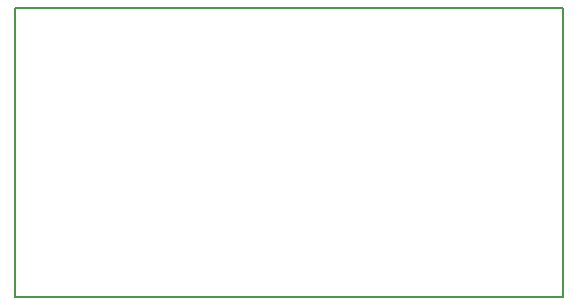
<source format=gm1>
G04*
G04 #@! TF.GenerationSoftware,Altium Limited,Altium Designer,18.1.6 (161)*
G04*
G04 Layer_Color=52428*
%FSLAX44Y44*%
%MOMM*%
G71*
G01*
G75*
%ADD11C,0.2000*%
D11*
X0Y0D02*
X464000D01*
X0D02*
Y244000D01*
X464000D01*
Y0D02*
Y244000D01*
M02*

</source>
